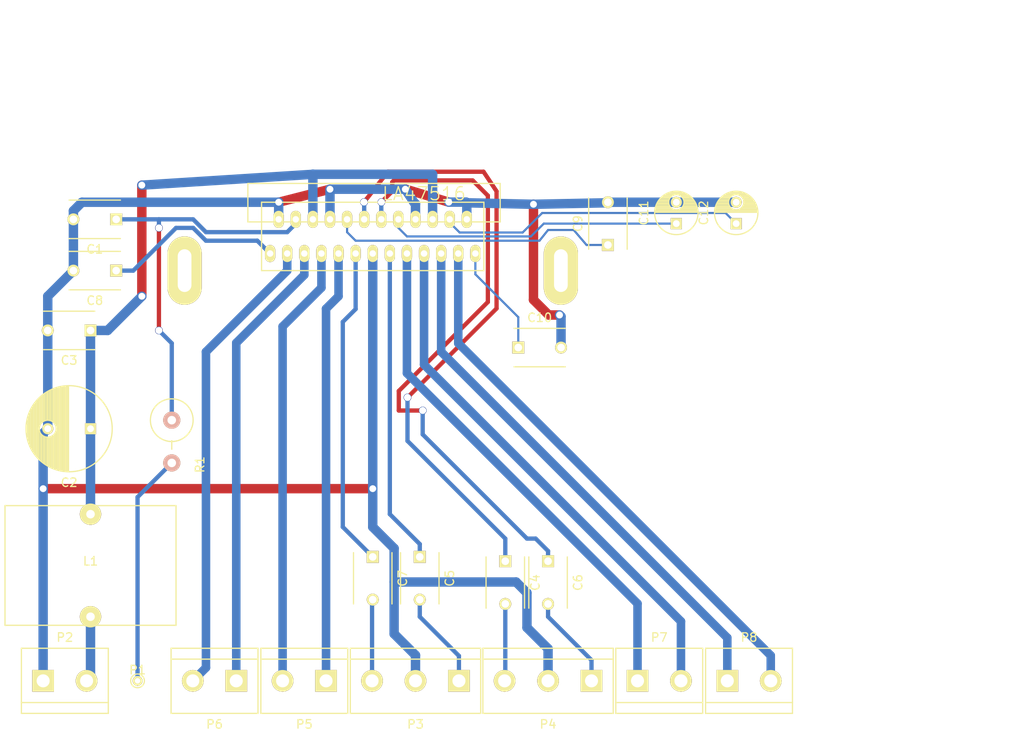
<source format=kicad_pcb>
(kicad_pcb (version 4) (host pcbnew 4.0.2-stable)

  (general
    (links 44)
    (no_connects 2)
    (area 83.399999 61.399999 213.600001 161.100001)
    (thickness 1.6)
    (drawings 6)
    (tracks 178)
    (zones 0)
    (modules 23)
    (nets 27)
  )

  (page A4)
  (layers
    (0 F.Cu signal)
    (31 B.Cu signal)
    (32 B.Adhes user)
    (33 F.Adhes user)
    (34 B.Paste user)
    (35 F.Paste user)
    (36 B.SilkS user)
    (37 F.SilkS user)
    (38 B.Mask user)
    (39 F.Mask user)
    (40 Dwgs.User user)
    (41 Cmts.User user)
    (42 Eco1.User user)
    (43 Eco2.User user)
    (44 Edge.Cuts user)
    (45 Margin user)
    (46 B.CrtYd user)
    (47 F.CrtYd user)
    (48 B.Fab user)
    (49 F.Fab user)
  )

  (setup
    (last_trace_width 0.5)
    (trace_clearance 0.2)
    (zone_clearance 0.508)
    (zone_45_only no)
    (trace_min 0.2)
    (segment_width 0.2)
    (edge_width 0.15)
    (via_size 0.9)
    (via_drill 0.8)
    (via_min_size 0.4)
    (via_min_drill 0.3)
    (uvia_size 0.3)
    (uvia_drill 0.1)
    (uvias_allowed no)
    (uvia_min_size 0.2)
    (uvia_min_drill 0.1)
    (pcb_text_width 0.3)
    (pcb_text_size 1.5 1.5)
    (mod_edge_width 0.15)
    (mod_text_size 1 1)
    (mod_text_width 0.15)
    (pad_size 1.524 1.524)
    (pad_drill 0.762)
    (pad_to_mask_clearance 0.2)
    (aux_axis_origin 0 0)
    (visible_elements 7FFFFFFF)
    (pcbplotparams
      (layerselection 0x00030_80000001)
      (usegerberextensions false)
      (excludeedgelayer true)
      (linewidth 0.100000)
      (plotframeref false)
      (viasonmask false)
      (mode 1)
      (useauxorigin false)
      (hpglpennumber 1)
      (hpglpenspeed 20)
      (hpglpendiameter 15)
      (hpglpenoverlay 2)
      (psnegative false)
      (psa4output false)
      (plotreference true)
      (plotvalue true)
      (plotinvisibletext false)
      (padsonsilk false)
      (subtractmaskfromsilk false)
      (outputformat 1)
      (mirror false)
      (drillshape 1)
      (scaleselection 1)
      (outputdirectory ""))
  )

  (net 0 "")
  (net 1 "Net-(C1-Pad1)")
  (net 2 GND)
  (net 3 +12V)
  (net 4 "Net-(C4-Pad1)")
  (net 5 /FR)
  (net 6 "Net-(C5-Pad1)")
  (net 7 /RL)
  (net 8 "Net-(C6-Pad1)")
  (net 9 /FL)
  (net 10 "Net-(C7-Pad1)")
  (net 11 /RR)
  (net 12 "Net-(C8-Pad1)")
  (net 13 "Net-(C9-Pad1)")
  (net 14 "Net-(C10-Pad1)")
  (net 15 "Net-(C11-Pad1)")
  (net 16 "Net-(C12-Pad1)")
  (net 17 /FL-)
  (net 18 /FL+)
  (net 19 /RL-)
  (net 20 /RL+)
  (net 21 /RR+)
  (net 22 /RR-)
  (net 23 /FR+)
  (net 24 /FR-)
  (net 25 "Net-(L1-Pad1)")
  (net 26 "Net-(P1-Pad1)")

  (net_class Default "Это класс цепей по умолчанию."
    (clearance 0.2)
    (trace_width 0.5)
    (via_dia 0.9)
    (via_drill 0.8)
    (uvia_dia 0.3)
    (uvia_drill 0.1)
    (add_net /FL)
    (add_net /FR)
    (add_net /RL)
    (add_net /RR)
    (add_net "Net-(C1-Pad1)")
    (add_net "Net-(C4-Pad1)")
    (add_net "Net-(C5-Pad1)")
    (add_net "Net-(C6-Pad1)")
    (add_net "Net-(C7-Pad1)")
    (add_net "Net-(C8-Pad1)")
    (add_net "Net-(P1-Pad1)")
  )

  (net_class out ""
    (clearance 0.2)
    (trace_width 1)
    (via_dia 0.9)
    (via_drill 0.8)
    (uvia_dia 0.3)
    (uvia_drill 0.1)
    (add_net /FL+)
    (add_net /FL-)
    (add_net /FR+)
    (add_net /FR-)
    (add_net /RL+)
    (add_net /RL-)
    (add_net /RR+)
    (add_net /RR-)
  )

  (net_class power ""
    (clearance 0.2)
    (trace_width 1.1)
    (via_dia 0.9)
    (via_drill 0.8)
    (uvia_dia 0.3)
    (uvia_drill 0.1)
    (add_net +12V)
    (add_net GND)
    (add_net "Net-(L1-Pad1)")
  )

  (net_class small ""
    (clearance 0.2)
    (trace_width 0.25)
    (via_dia 0.9)
    (via_drill 0.8)
    (uvia_dia 0.3)
    (uvia_drill 0.1)
    (add_net "Net-(C10-Pad1)")
    (add_net "Net-(C11-Pad1)")
    (add_net "Net-(C12-Pad1)")
    (add_net "Net-(C9-Pad1)")
  )

  (module HZIP25-P-1:HZIP25_2.0 (layer F.Cu) (tedit 5702AC28) (tstamp 5702B4FC)
    (at 115 84.5)
    (tags HZIP25)
    (path /56FE4C68)
    (attr virtual)
    (fp_text reference IC1 (at 6 -7) (layer F.Adhes)
      (effects (font (size 1.27 1.27) (thickness 0.0889)))
    )
    (fp_text value LA47516 (at 18 -7) (layer F.SilkS)
      (effects (font (thickness 0.15)))
    )
    (fp_line (start -1 -6) (end -1 2) (layer F.SilkS) (width 0.15))
    (fp_line (start -1 2) (end 25 2) (layer F.SilkS) (width 0.15))
    (fp_line (start 25 2) (end 25 -6) (layer F.SilkS) (width 0.15))
    (fp_line (start 25 -6) (end -1 -6) (layer F.SilkS) (width 0.15))
    (fp_line (start -2.6 -8.2) (end 26.9 -8.2) (layer F.SilkS) (width 0.15))
    (fp_line (start 26.9 -8.2) (end 26.9 -3.7) (layer F.SilkS) (width 0.15))
    (fp_line (start 26.9 -3.7) (end -2.6 -3.7) (layer F.SilkS) (width 0.15))
    (fp_line (start -2.6 -3.7) (end -2.6 -8.2) (layer F.SilkS) (width 0.15))
    (pad GND thru_hole oval (at 34 2) (size 4 8) (drill oval 1.6 5) (layers *.Cu F.Paste F.SilkS F.Mask))
    (pad 24 thru_hole oval (at 23 -4) (size 1.2 2) (drill 0.762) (layers *.Cu F.Paste F.SilkS F.Mask)
      (net 2 GND))
    (pad 22 thru_hole oval (at 21 -4) (size 1.2 2) (drill 0.762) (layers *.Cu F.Paste F.SilkS F.Mask)
      (net 16 "Net-(C12-Pad1)"))
    (pad 20 thru_hole oval (at 19 -4) (size 1.2 2) (drill 0.762) (layers *.Cu F.Paste F.SilkS F.Mask)
      (net 3 +12V))
    (pad 18 thru_hole oval (at 17 -4) (size 1.2 2) (drill 0.762) (layers *.Cu F.Paste F.SilkS F.Mask)
      (net 2 GND))
    (pad 16 thru_hole oval (at 15 -4) (size 1.2 2) (drill 0.762) (layers *.Cu F.Paste F.SilkS F.Mask)
      (net 15 "Net-(C11-Pad1)"))
    (pad 14 thru_hole oval (at 13 -4) (size 1.2 2) (drill 0.762) (layers *.Cu F.Paste F.SilkS F.Mask)
      (net 8 "Net-(C6-Pad1)"))
    (pad 12 thru_hole oval (at 11 -4) (size 1.2 2) (drill 0.762) (layers *.Cu F.Paste F.SilkS F.Mask)
      (net 4 "Net-(C4-Pad1)"))
    (pad 10 thru_hole oval (at 9 -4) (size 1.2 2) (drill 0.762) (layers *.Cu F.Paste F.SilkS F.Mask)
      (net 13 "Net-(C9-Pad1)"))
    (pad 8 thru_hole oval (at 7 -4) (size 1.2 2) (drill 0.762) (layers *.Cu F.Paste F.SilkS F.Mask)
      (net 2 GND))
    (pad 6 thru_hole oval (at 5 -4) (size 1.2 2) (drill 0.762) (layers *.Cu F.Paste F.SilkS F.Mask)
      (net 3 +12V))
    (pad 25 thru_hole oval (at 24 0) (size 1.2 2) (drill 0.762) (layers *.Cu F.Paste F.SilkS F.Mask)
      (net 14 "Net-(C10-Pad1)"))
    (pad 23 thru_hole oval (at 22 0) (size 1.2 2) (drill 0.762) (layers *.Cu F.Paste F.SilkS F.Mask)
      (net 17 /FL-))
    (pad 21 thru_hole oval (at 20 0) (size 1.2 2) (drill 0.762) (layers *.Cu F.Paste F.SilkS F.Mask)
      (net 18 /FL+))
    (pad 19 thru_hole oval (at 18 0) (size 1.2 2) (drill 0.762) (layers *.Cu F.Paste F.SilkS F.Mask)
      (net 19 /RL-))
    (pad 17 thru_hole oval (at 16 0) (size 1.2 2) (drill 0.762) (layers *.Cu F.Paste F.SilkS F.Mask)
      (net 20 /RL+))
    (pad 15 thru_hole oval (at 14 0) (size 1.2 2) (drill 0.762) (layers *.Cu F.Paste F.SilkS F.Mask)
      (net 6 "Net-(C5-Pad1)"))
    (pad 13 thru_hole oval (at 12 0) (size 1.2 2) (drill 0.762) (layers *.Cu F.Paste F.SilkS F.Mask)
      (net 2 GND))
    (pad 11 thru_hole oval (at 10 0) (size 1.2 2) (drill 0.762) (layers *.Cu F.Paste F.SilkS F.Mask)
      (net 10 "Net-(C7-Pad1)"))
    (pad 9 thru_hole oval (at 8 0) (size 1.2 2) (drill 0.762) (layers *.Cu F.Paste F.SilkS F.Mask)
      (net 21 /RR+))
    (pad 7 thru_hole oval (at 6 0) (size 1.2 2) (drill 0.762) (layers *.Cu F.Paste F.SilkS F.Mask)
      (net 22 /RR-))
    (pad 4 thru_hole oval (at 3 -4) (size 1.2 2) (drill 0.762) (layers *.Cu F.Paste F.SilkS F.Mask)
      (net 1 "Net-(C1-Pad1)"))
    (pad 5 thru_hole oval (at 4 0) (size 1.2 2) (drill 0.762) (layers *.Cu F.Paste F.SilkS F.Mask)
      (net 23 /FR+))
    (pad 2 thru_hole oval (at 1 -4) (size 1.2 2) (drill 0.762) (layers *.Cu F.Paste F.SilkS F.Mask)
      (net 2 GND))
    (pad 3 thru_hole oval (at 2 0) (size 1.2 2) (drill 0.762) (layers *.Cu F.Paste F.SilkS F.Mask)
      (net 24 /FR-))
    (pad 1 thru_hole oval (at 0 0) (size 1.2 2) (drill 0.762) (layers *.Cu F.Paste F.SilkS F.Mask)
      (net 12 "Net-(C8-Pad1)"))
    (pad GND thru_hole oval (at -10 2) (size 4 8) (drill oval 1.6 5) (layers *.Cu F.Paste F.SilkS F.Mask))
  )

  (module Capacitors_ThroughHole:C_Disc_D6_P5 (layer F.Cu) (tedit 0) (tstamp 5702B493)
    (at 97 80.5 180)
    (descr "Capacitor 6mm Disc, Pitch 5mm")
    (tags Capacitor)
    (path /5702AFD0)
    (fp_text reference C1 (at 2.5 -3.5 180) (layer F.SilkS)
      (effects (font (size 1 1) (thickness 0.15)))
    )
    (fp_text value 1uF (at 2.5 3.5 180) (layer F.Fab)
      (effects (font (size 1 1) (thickness 0.15)))
    )
    (fp_line (start -0.95 -2.5) (end 5.95 -2.5) (layer F.CrtYd) (width 0.05))
    (fp_line (start 5.95 -2.5) (end 5.95 2.5) (layer F.CrtYd) (width 0.05))
    (fp_line (start 5.95 2.5) (end -0.95 2.5) (layer F.CrtYd) (width 0.05))
    (fp_line (start -0.95 2.5) (end -0.95 -2.5) (layer F.CrtYd) (width 0.05))
    (fp_line (start -0.5 -2.25) (end 5.5 -2.25) (layer F.SilkS) (width 0.15))
    (fp_line (start 5.5 2.25) (end -0.5 2.25) (layer F.SilkS) (width 0.15))
    (pad 1 thru_hole rect (at 0 0 180) (size 1.4 1.4) (drill 0.9) (layers *.Cu *.Mask F.SilkS)
      (net 1 "Net-(C1-Pad1)"))
    (pad 2 thru_hole circle (at 5 0 180) (size 1.4 1.4) (drill 0.9) (layers *.Cu *.Mask F.SilkS)
      (net 2 GND))
    (model Capacitors_ThroughHole.3dshapes/C_Disc_D6_P5.wrl
      (at (xyz 0.0984252 0 0))
      (scale (xyz 1 1 1))
      (rotate (xyz 0 0 0))
    )
  )

  (module Capacitors_ThroughHole:C_Radial_D10_L25_P5 (layer F.Cu) (tedit 0) (tstamp 5702B499)
    (at 94 105 180)
    (descr "Radial Electrolytic Capacitor Diameter 10mm x Length 25mm, Pitch 5mm")
    (tags "Electrolytic Capacitor")
    (path /56FE677A)
    (fp_text reference C2 (at 2.5 -6.3 180) (layer F.SilkS)
      (effects (font (size 1 1) (thickness 0.15)))
    )
    (fp_text value 2200uF (at 2.5 6.3 180) (layer F.Fab)
      (effects (font (size 1 1) (thickness 0.15)))
    )
    (fp_line (start 2.575 -4.999) (end 2.575 4.999) (layer F.SilkS) (width 0.15))
    (fp_line (start 2.715 -4.995) (end 2.715 4.995) (layer F.SilkS) (width 0.15))
    (fp_line (start 2.855 -4.987) (end 2.855 4.987) (layer F.SilkS) (width 0.15))
    (fp_line (start 2.995 -4.975) (end 2.995 4.975) (layer F.SilkS) (width 0.15))
    (fp_line (start 3.135 -4.96) (end 3.135 4.96) (layer F.SilkS) (width 0.15))
    (fp_line (start 3.275 -4.94) (end 3.275 4.94) (layer F.SilkS) (width 0.15))
    (fp_line (start 3.415 -4.916) (end 3.415 4.916) (layer F.SilkS) (width 0.15))
    (fp_line (start 3.555 -4.887) (end 3.555 4.887) (layer F.SilkS) (width 0.15))
    (fp_line (start 3.695 -4.855) (end 3.695 4.855) (layer F.SilkS) (width 0.15))
    (fp_line (start 3.835 -4.818) (end 3.835 4.818) (layer F.SilkS) (width 0.15))
    (fp_line (start 3.975 -4.777) (end 3.975 4.777) (layer F.SilkS) (width 0.15))
    (fp_line (start 4.115 -4.732) (end 4.115 -0.466) (layer F.SilkS) (width 0.15))
    (fp_line (start 4.115 0.466) (end 4.115 4.732) (layer F.SilkS) (width 0.15))
    (fp_line (start 4.255 -4.682) (end 4.255 -0.667) (layer F.SilkS) (width 0.15))
    (fp_line (start 4.255 0.667) (end 4.255 4.682) (layer F.SilkS) (width 0.15))
    (fp_line (start 4.395 -4.627) (end 4.395 -0.796) (layer F.SilkS) (width 0.15))
    (fp_line (start 4.395 0.796) (end 4.395 4.627) (layer F.SilkS) (width 0.15))
    (fp_line (start 4.535 -4.567) (end 4.535 -0.885) (layer F.SilkS) (width 0.15))
    (fp_line (start 4.535 0.885) (end 4.535 4.567) (layer F.SilkS) (width 0.15))
    (fp_line (start 4.675 -4.502) (end 4.675 -0.946) (layer F.SilkS) (width 0.15))
    (fp_line (start 4.675 0.946) (end 4.675 4.502) (layer F.SilkS) (width 0.15))
    (fp_line (start 4.815 -4.432) (end 4.815 -0.983) (layer F.SilkS) (width 0.15))
    (fp_line (start 4.815 0.983) (end 4.815 4.432) (layer F.SilkS) (width 0.15))
    (fp_line (start 4.955 -4.356) (end 4.955 -0.999) (layer F.SilkS) (width 0.15))
    (fp_line (start 4.955 0.999) (end 4.955 4.356) (layer F.SilkS) (width 0.15))
    (fp_line (start 5.095 -4.274) (end 5.095 -0.995) (layer F.SilkS) (width 0.15))
    (fp_line (start 5.095 0.995) (end 5.095 4.274) (layer F.SilkS) (width 0.15))
    (fp_line (start 5.235 -4.186) (end 5.235 -0.972) (layer F.SilkS) (width 0.15))
    (fp_line (start 5.235 0.972) (end 5.235 4.186) (layer F.SilkS) (width 0.15))
    (fp_line (start 5.375 -4.091) (end 5.375 -0.927) (layer F.SilkS) (width 0.15))
    (fp_line (start 5.375 0.927) (end 5.375 4.091) (layer F.SilkS) (width 0.15))
    (fp_line (start 5.515 -3.989) (end 5.515 -0.857) (layer F.SilkS) (width 0.15))
    (fp_line (start 5.515 0.857) (end 5.515 3.989) (layer F.SilkS) (width 0.15))
    (fp_line (start 5.655 -3.879) (end 5.655 -0.756) (layer F.SilkS) (width 0.15))
    (fp_line (start 5.655 0.756) (end 5.655 3.879) (layer F.SilkS) (width 0.15))
    (fp_line (start 5.795 -3.761) (end 5.795 -0.607) (layer F.SilkS) (width 0.15))
    (fp_line (start 5.795 0.607) (end 5.795 3.761) (layer F.SilkS) (width 0.15))
    (fp_line (start 5.935 -3.633) (end 5.935 -0.355) (layer F.SilkS) (width 0.15))
    (fp_line (start 5.935 0.355) (end 5.935 3.633) (layer F.SilkS) (width 0.15))
    (fp_line (start 6.075 -3.496) (end 6.075 3.496) (layer F.SilkS) (width 0.15))
    (fp_line (start 6.215 -3.346) (end 6.215 3.346) (layer F.SilkS) (width 0.15))
    (fp_line (start 6.355 -3.184) (end 6.355 3.184) (layer F.SilkS) (width 0.15))
    (fp_line (start 6.495 -3.007) (end 6.495 3.007) (layer F.SilkS) (width 0.15))
    (fp_line (start 6.635 -2.811) (end 6.635 2.811) (layer F.SilkS) (width 0.15))
    (fp_line (start 6.775 -2.593) (end 6.775 2.593) (layer F.SilkS) (width 0.15))
    (fp_line (start 6.915 -2.347) (end 6.915 2.347) (layer F.SilkS) (width 0.15))
    (fp_line (start 7.055 -2.062) (end 7.055 2.062) (layer F.SilkS) (width 0.15))
    (fp_line (start 7.195 -1.72) (end 7.195 1.72) (layer F.SilkS) (width 0.15))
    (fp_line (start 7.335 -1.274) (end 7.335 1.274) (layer F.SilkS) (width 0.15))
    (fp_line (start 7.475 -0.499) (end 7.475 0.499) (layer F.SilkS) (width 0.15))
    (fp_circle (center 5 0) (end 5 -1) (layer F.SilkS) (width 0.15))
    (fp_circle (center 2.5 0) (end 2.5 -5.0375) (layer F.SilkS) (width 0.15))
    (fp_circle (center 2.5 0) (end 2.5 -5.3) (layer F.CrtYd) (width 0.05))
    (pad 1 thru_hole rect (at 0 0 180) (size 1.3 1.3) (drill 0.8) (layers *.Cu *.Mask F.SilkS)
      (net 3 +12V))
    (pad 2 thru_hole circle (at 5 0 180) (size 1.3 1.3) (drill 0.8) (layers *.Cu *.Mask F.SilkS)
      (net 2 GND))
    (model Capacitors_ThroughHole.3dshapes/C_Radial_D10_L25_P5.wrl
      (at (xyz 0.0984252 0 0))
      (scale (xyz 1 1 1))
      (rotate (xyz 0 0 90))
    )
  )

  (module Capacitors_ThroughHole:C_Disc_D6_P5 (layer F.Cu) (tedit 0) (tstamp 5702B49F)
    (at 94 93.5 180)
    (descr "Capacitor 6mm Disc, Pitch 5mm")
    (tags Capacitor)
    (path /56FE70AD)
    (fp_text reference C3 (at 2.5 -3.5 180) (layer F.SilkS)
      (effects (font (size 1 1) (thickness 0.15)))
    )
    (fp_text value 0.022uF (at 2.5 3.5 180) (layer F.Fab)
      (effects (font (size 1 1) (thickness 0.15)))
    )
    (fp_line (start -0.95 -2.5) (end 5.95 -2.5) (layer F.CrtYd) (width 0.05))
    (fp_line (start 5.95 -2.5) (end 5.95 2.5) (layer F.CrtYd) (width 0.05))
    (fp_line (start 5.95 2.5) (end -0.95 2.5) (layer F.CrtYd) (width 0.05))
    (fp_line (start -0.95 2.5) (end -0.95 -2.5) (layer F.CrtYd) (width 0.05))
    (fp_line (start -0.5 -2.25) (end 5.5 -2.25) (layer F.SilkS) (width 0.15))
    (fp_line (start 5.5 2.25) (end -0.5 2.25) (layer F.SilkS) (width 0.15))
    (pad 1 thru_hole rect (at 0 0 180) (size 1.4 1.4) (drill 0.9) (layers *.Cu *.Mask F.SilkS)
      (net 3 +12V))
    (pad 2 thru_hole circle (at 5 0 180) (size 1.4 1.4) (drill 0.9) (layers *.Cu *.Mask F.SilkS)
      (net 2 GND))
    (model Capacitors_ThroughHole.3dshapes/C_Disc_D6_P5.wrl
      (at (xyz 0.0984252 0 0))
      (scale (xyz 1 1 1))
      (rotate (xyz 0 0 0))
    )
  )

  (module Capacitors_ThroughHole:C_Disc_D6_P5 (layer F.Cu) (tedit 0) (tstamp 5702B4A5)
    (at 142.5 120.5 270)
    (descr "Capacitor 6mm Disc, Pitch 5mm")
    (tags Capacitor)
    (path /56FE7E4C)
    (fp_text reference C4 (at 2.5 -3.5 270) (layer F.SilkS)
      (effects (font (size 1 1) (thickness 0.15)))
    )
    (fp_text value 0.22uF (at 2.5 3.5 270) (layer F.Fab)
      (effects (font (size 1 1) (thickness 0.15)))
    )
    (fp_line (start -0.95 -2.5) (end 5.95 -2.5) (layer F.CrtYd) (width 0.05))
    (fp_line (start 5.95 -2.5) (end 5.95 2.5) (layer F.CrtYd) (width 0.05))
    (fp_line (start 5.95 2.5) (end -0.95 2.5) (layer F.CrtYd) (width 0.05))
    (fp_line (start -0.95 2.5) (end -0.95 -2.5) (layer F.CrtYd) (width 0.05))
    (fp_line (start -0.5 -2.25) (end 5.5 -2.25) (layer F.SilkS) (width 0.15))
    (fp_line (start 5.5 2.25) (end -0.5 2.25) (layer F.SilkS) (width 0.15))
    (pad 1 thru_hole rect (at 0 0 270) (size 1.4 1.4) (drill 0.9) (layers *.Cu *.Mask F.SilkS)
      (net 4 "Net-(C4-Pad1)"))
    (pad 2 thru_hole circle (at 5 0 270) (size 1.4 1.4) (drill 0.9) (layers *.Cu *.Mask F.SilkS)
      (net 5 /FR))
    (model Capacitors_ThroughHole.3dshapes/C_Disc_D6_P5.wrl
      (at (xyz 0.0984252 0 0))
      (scale (xyz 1 1 1))
      (rotate (xyz 0 0 0))
    )
  )

  (module Capacitors_ThroughHole:C_Disc_D6_P5 (layer F.Cu) (tedit 0) (tstamp 5702B4AB)
    (at 132.5 120 270)
    (descr "Capacitor 6mm Disc, Pitch 5mm")
    (tags Capacitor)
    (path /56FE820B)
    (fp_text reference C5 (at 2.5 -3.5 270) (layer F.SilkS)
      (effects (font (size 1 1) (thickness 0.15)))
    )
    (fp_text value 0.22uF (at 2.5 3.5 270) (layer F.Fab)
      (effects (font (size 1 1) (thickness 0.15)))
    )
    (fp_line (start -0.95 -2.5) (end 5.95 -2.5) (layer F.CrtYd) (width 0.05))
    (fp_line (start 5.95 -2.5) (end 5.95 2.5) (layer F.CrtYd) (width 0.05))
    (fp_line (start 5.95 2.5) (end -0.95 2.5) (layer F.CrtYd) (width 0.05))
    (fp_line (start -0.95 2.5) (end -0.95 -2.5) (layer F.CrtYd) (width 0.05))
    (fp_line (start -0.5 -2.25) (end 5.5 -2.25) (layer F.SilkS) (width 0.15))
    (fp_line (start 5.5 2.25) (end -0.5 2.25) (layer F.SilkS) (width 0.15))
    (pad 1 thru_hole rect (at 0 0 270) (size 1.4 1.4) (drill 0.9) (layers *.Cu *.Mask F.SilkS)
      (net 6 "Net-(C5-Pad1)"))
    (pad 2 thru_hole circle (at 5 0 270) (size 1.4 1.4) (drill 0.9) (layers *.Cu *.Mask F.SilkS)
      (net 7 /RL))
    (model Capacitors_ThroughHole.3dshapes/C_Disc_D6_P5.wrl
      (at (xyz 0.0984252 0 0))
      (scale (xyz 1 1 1))
      (rotate (xyz 0 0 0))
    )
  )

  (module Capacitors_ThroughHole:C_Disc_D6_P5 (layer F.Cu) (tedit 0) (tstamp 5702B4B1)
    (at 147.5 120.5 270)
    (descr "Capacitor 6mm Disc, Pitch 5mm")
    (tags Capacitor)
    (path /56FE874C)
    (fp_text reference C6 (at 2.5 -3.5 270) (layer F.SilkS)
      (effects (font (size 1 1) (thickness 0.15)))
    )
    (fp_text value 0.22uF (at 2.5 3.5 270) (layer F.Fab)
      (effects (font (size 1 1) (thickness 0.15)))
    )
    (fp_line (start -0.95 -2.5) (end 5.95 -2.5) (layer F.CrtYd) (width 0.05))
    (fp_line (start 5.95 -2.5) (end 5.95 2.5) (layer F.CrtYd) (width 0.05))
    (fp_line (start 5.95 2.5) (end -0.95 2.5) (layer F.CrtYd) (width 0.05))
    (fp_line (start -0.95 2.5) (end -0.95 -2.5) (layer F.CrtYd) (width 0.05))
    (fp_line (start -0.5 -2.25) (end 5.5 -2.25) (layer F.SilkS) (width 0.15))
    (fp_line (start 5.5 2.25) (end -0.5 2.25) (layer F.SilkS) (width 0.15))
    (pad 1 thru_hole rect (at 0 0 270) (size 1.4 1.4) (drill 0.9) (layers *.Cu *.Mask F.SilkS)
      (net 8 "Net-(C6-Pad1)"))
    (pad 2 thru_hole circle (at 5 0 270) (size 1.4 1.4) (drill 0.9) (layers *.Cu *.Mask F.SilkS)
      (net 9 /FL))
    (model Capacitors_ThroughHole.3dshapes/C_Disc_D6_P5.wrl
      (at (xyz 0.0984252 0 0))
      (scale (xyz 1 1 1))
      (rotate (xyz 0 0 0))
    )
  )

  (module Capacitors_ThroughHole:C_Disc_D6_P5 (layer F.Cu) (tedit 0) (tstamp 5702B4B7)
    (at 127 120 270)
    (descr "Capacitor 6mm Disc, Pitch 5mm")
    (tags Capacitor)
    (path /56FE7C28)
    (fp_text reference C7 (at 2.5 -3.5 270) (layer F.SilkS)
      (effects (font (size 1 1) (thickness 0.15)))
    )
    (fp_text value 0.22uF (at 2.5 3.5 270) (layer F.Fab)
      (effects (font (size 1 1) (thickness 0.15)))
    )
    (fp_line (start -0.95 -2.5) (end 5.95 -2.5) (layer F.CrtYd) (width 0.05))
    (fp_line (start 5.95 -2.5) (end 5.95 2.5) (layer F.CrtYd) (width 0.05))
    (fp_line (start 5.95 2.5) (end -0.95 2.5) (layer F.CrtYd) (width 0.05))
    (fp_line (start -0.95 2.5) (end -0.95 -2.5) (layer F.CrtYd) (width 0.05))
    (fp_line (start -0.5 -2.25) (end 5.5 -2.25) (layer F.SilkS) (width 0.15))
    (fp_line (start 5.5 2.25) (end -0.5 2.25) (layer F.SilkS) (width 0.15))
    (pad 1 thru_hole rect (at 0 0 270) (size 1.4 1.4) (drill 0.9) (layers *.Cu *.Mask F.SilkS)
      (net 10 "Net-(C7-Pad1)"))
    (pad 2 thru_hole circle (at 5 0 270) (size 1.4 1.4) (drill 0.9) (layers *.Cu *.Mask F.SilkS)
      (net 11 /RR))
    (model Capacitors_ThroughHole.3dshapes/C_Disc_D6_P5.wrl
      (at (xyz 0.0984252 0 0))
      (scale (xyz 1 1 1))
      (rotate (xyz 0 0 0))
    )
  )

  (module Capacitors_ThroughHole:C_Disc_D6_P5 (layer F.Cu) (tedit 0) (tstamp 5702B4BD)
    (at 97 86.5 180)
    (descr "Capacitor 6mm Disc, Pitch 5mm")
    (tags Capacitor)
    (path /56FE7C4B)
    (fp_text reference C8 (at 2.5 -3.5 180) (layer F.SilkS)
      (effects (font (size 1 1) (thickness 0.15)))
    )
    (fp_text value 0.47uF (at 2.5 3.5 180) (layer F.Fab)
      (effects (font (size 1 1) (thickness 0.15)))
    )
    (fp_line (start -0.95 -2.5) (end 5.95 -2.5) (layer F.CrtYd) (width 0.05))
    (fp_line (start 5.95 -2.5) (end 5.95 2.5) (layer F.CrtYd) (width 0.05))
    (fp_line (start 5.95 2.5) (end -0.95 2.5) (layer F.CrtYd) (width 0.05))
    (fp_line (start -0.95 2.5) (end -0.95 -2.5) (layer F.CrtYd) (width 0.05))
    (fp_line (start -0.5 -2.25) (end 5.5 -2.25) (layer F.SilkS) (width 0.15))
    (fp_line (start 5.5 2.25) (end -0.5 2.25) (layer F.SilkS) (width 0.15))
    (pad 1 thru_hole rect (at 0 0 180) (size 1.4 1.4) (drill 0.9) (layers *.Cu *.Mask F.SilkS)
      (net 12 "Net-(C8-Pad1)"))
    (pad 2 thru_hole circle (at 5 0 180) (size 1.4 1.4) (drill 0.9) (layers *.Cu *.Mask F.SilkS)
      (net 2 GND))
    (model Capacitors_ThroughHole.3dshapes/C_Disc_D6_P5.wrl
      (at (xyz 0.0984252 0 0))
      (scale (xyz 1 1 1))
      (rotate (xyz 0 0 0))
    )
  )

  (module Capacitors_ThroughHole:C_Disc_D6_P5 (layer F.Cu) (tedit 0) (tstamp 5702B4C3)
    (at 154.5 83.5 90)
    (descr "Capacitor 6mm Disc, Pitch 5mm")
    (tags Capacitor)
    (path /56FE7F8C)
    (fp_text reference C9 (at 2.5 -3.5 90) (layer F.SilkS)
      (effects (font (size 1 1) (thickness 0.15)))
    )
    (fp_text value 0.47uF (at 2.5 3.5 90) (layer F.Fab)
      (effects (font (size 1 1) (thickness 0.15)))
    )
    (fp_line (start -0.95 -2.5) (end 5.95 -2.5) (layer F.CrtYd) (width 0.05))
    (fp_line (start 5.95 -2.5) (end 5.95 2.5) (layer F.CrtYd) (width 0.05))
    (fp_line (start 5.95 2.5) (end -0.95 2.5) (layer F.CrtYd) (width 0.05))
    (fp_line (start -0.95 2.5) (end -0.95 -2.5) (layer F.CrtYd) (width 0.05))
    (fp_line (start -0.5 -2.25) (end 5.5 -2.25) (layer F.SilkS) (width 0.15))
    (fp_line (start 5.5 2.25) (end -0.5 2.25) (layer F.SilkS) (width 0.15))
    (pad 1 thru_hole rect (at 0 0 90) (size 1.4 1.4) (drill 0.9) (layers *.Cu *.Mask F.SilkS)
      (net 13 "Net-(C9-Pad1)"))
    (pad 2 thru_hole circle (at 5 0 90) (size 1.4 1.4) (drill 0.9) (layers *.Cu *.Mask F.SilkS)
      (net 2 GND))
    (model Capacitors_ThroughHole.3dshapes/C_Disc_D6_P5.wrl
      (at (xyz 0.0984252 0 0))
      (scale (xyz 1 1 1))
      (rotate (xyz 0 0 0))
    )
  )

  (module Capacitors_ThroughHole:C_Disc_D6_P5 (layer F.Cu) (tedit 0) (tstamp 5702B4C9)
    (at 144.018 95.504)
    (descr "Capacitor 6mm Disc, Pitch 5mm")
    (tags Capacitor)
    (path /56FE8454)
    (fp_text reference C10 (at 2.5 -3.5) (layer F.SilkS)
      (effects (font (size 1 1) (thickness 0.15)))
    )
    (fp_text value 0.47uF (at 2.5 3.5) (layer F.Fab)
      (effects (font (size 1 1) (thickness 0.15)))
    )
    (fp_line (start -0.95 -2.5) (end 5.95 -2.5) (layer F.CrtYd) (width 0.05))
    (fp_line (start 5.95 -2.5) (end 5.95 2.5) (layer F.CrtYd) (width 0.05))
    (fp_line (start 5.95 2.5) (end -0.95 2.5) (layer F.CrtYd) (width 0.05))
    (fp_line (start -0.95 2.5) (end -0.95 -2.5) (layer F.CrtYd) (width 0.05))
    (fp_line (start -0.5 -2.25) (end 5.5 -2.25) (layer F.SilkS) (width 0.15))
    (fp_line (start 5.5 2.25) (end -0.5 2.25) (layer F.SilkS) (width 0.15))
    (pad 1 thru_hole rect (at 0 0) (size 1.4 1.4) (drill 0.9) (layers *.Cu *.Mask F.SilkS)
      (net 14 "Net-(C10-Pad1)"))
    (pad 2 thru_hole circle (at 5 0) (size 1.4 1.4) (drill 0.9) (layers *.Cu *.Mask F.SilkS)
      (net 2 GND))
    (model Capacitors_ThroughHole.3dshapes/C_Disc_D6_P5.wrl
      (at (xyz 0.0984252 0 0))
      (scale (xyz 1 1 1))
      (rotate (xyz 0 0 0))
    )
  )

  (module Capacitors_ThroughHole:C_Radial_D5_L6_P2.5 (layer F.Cu) (tedit 0) (tstamp 5702B4CF)
    (at 162.5 81 90)
    (descr "Radial Electrolytic Capacitor Diameter 5mm x Length 6mm, Pitch 2.5mm")
    (tags "Electrolytic Capacitor")
    (path /56FE885D)
    (fp_text reference C11 (at 1.25 -3.8 90) (layer F.SilkS)
      (effects (font (size 1 1) (thickness 0.15)))
    )
    (fp_text value 22uF (at 1.25 3.8 90) (layer F.Fab)
      (effects (font (size 1 1) (thickness 0.15)))
    )
    (fp_line (start 1.325 -2.499) (end 1.325 2.499) (layer F.SilkS) (width 0.15))
    (fp_line (start 1.465 -2.491) (end 1.465 2.491) (layer F.SilkS) (width 0.15))
    (fp_line (start 1.605 -2.475) (end 1.605 -0.095) (layer F.SilkS) (width 0.15))
    (fp_line (start 1.605 0.095) (end 1.605 2.475) (layer F.SilkS) (width 0.15))
    (fp_line (start 1.745 -2.451) (end 1.745 -0.49) (layer F.SilkS) (width 0.15))
    (fp_line (start 1.745 0.49) (end 1.745 2.451) (layer F.SilkS) (width 0.15))
    (fp_line (start 1.885 -2.418) (end 1.885 -0.657) (layer F.SilkS) (width 0.15))
    (fp_line (start 1.885 0.657) (end 1.885 2.418) (layer F.SilkS) (width 0.15))
    (fp_line (start 2.025 -2.377) (end 2.025 -0.764) (layer F.SilkS) (width 0.15))
    (fp_line (start 2.025 0.764) (end 2.025 2.377) (layer F.SilkS) (width 0.15))
    (fp_line (start 2.165 -2.327) (end 2.165 -0.835) (layer F.SilkS) (width 0.15))
    (fp_line (start 2.165 0.835) (end 2.165 2.327) (layer F.SilkS) (width 0.15))
    (fp_line (start 2.305 -2.266) (end 2.305 -0.879) (layer F.SilkS) (width 0.15))
    (fp_line (start 2.305 0.879) (end 2.305 2.266) (layer F.SilkS) (width 0.15))
    (fp_line (start 2.445 -2.196) (end 2.445 -0.898) (layer F.SilkS) (width 0.15))
    (fp_line (start 2.445 0.898) (end 2.445 2.196) (layer F.SilkS) (width 0.15))
    (fp_line (start 2.585 -2.114) (end 2.585 -0.896) (layer F.SilkS) (width 0.15))
    (fp_line (start 2.585 0.896) (end 2.585 2.114) (layer F.SilkS) (width 0.15))
    (fp_line (start 2.725 -2.019) (end 2.725 -0.871) (layer F.SilkS) (width 0.15))
    (fp_line (start 2.725 0.871) (end 2.725 2.019) (layer F.SilkS) (width 0.15))
    (fp_line (start 2.865 -1.908) (end 2.865 -0.823) (layer F.SilkS) (width 0.15))
    (fp_line (start 2.865 0.823) (end 2.865 1.908) (layer F.SilkS) (width 0.15))
    (fp_line (start 3.005 -1.78) (end 3.005 -0.745) (layer F.SilkS) (width 0.15))
    (fp_line (start 3.005 0.745) (end 3.005 1.78) (layer F.SilkS) (width 0.15))
    (fp_line (start 3.145 -1.631) (end 3.145 -0.628) (layer F.SilkS) (width 0.15))
    (fp_line (start 3.145 0.628) (end 3.145 1.631) (layer F.SilkS) (width 0.15))
    (fp_line (start 3.285 -1.452) (end 3.285 -0.44) (layer F.SilkS) (width 0.15))
    (fp_line (start 3.285 0.44) (end 3.285 1.452) (layer F.SilkS) (width 0.15))
    (fp_line (start 3.425 -1.233) (end 3.425 1.233) (layer F.SilkS) (width 0.15))
    (fp_line (start 3.565 -0.944) (end 3.565 0.944) (layer F.SilkS) (width 0.15))
    (fp_line (start 3.705 -0.472) (end 3.705 0.472) (layer F.SilkS) (width 0.15))
    (fp_circle (center 2.5 0) (end 2.5 -0.9) (layer F.SilkS) (width 0.15))
    (fp_circle (center 1.25 0) (end 1.25 -2.5375) (layer F.SilkS) (width 0.15))
    (fp_circle (center 1.25 0) (end 1.25 -2.8) (layer F.CrtYd) (width 0.05))
    (pad 1 thru_hole rect (at 0 0 90) (size 1.3 1.3) (drill 0.8) (layers *.Cu *.Mask F.SilkS)
      (net 15 "Net-(C11-Pad1)"))
    (pad 2 thru_hole circle (at 2.5 0 90) (size 1.3 1.3) (drill 0.8) (layers *.Cu *.Mask F.SilkS)
      (net 2 GND))
    (model Capacitors_ThroughHole.3dshapes/C_Radial_D5_L6_P2.5.wrl
      (at (xyz 0.0492126 0 0))
      (scale (xyz 1 1 1))
      (rotate (xyz 0 0 90))
    )
  )

  (module Capacitors_ThroughHole:C_Radial_D5_L6_P2.5 (layer F.Cu) (tedit 0) (tstamp 5702B4D5)
    (at 169.5 81 90)
    (descr "Radial Electrolytic Capacitor Diameter 5mm x Length 6mm, Pitch 2.5mm")
    (tags "Electrolytic Capacitor")
    (path /56FEA9E7)
    (fp_text reference C12 (at 1.25 -3.8 90) (layer F.SilkS)
      (effects (font (size 1 1) (thickness 0.15)))
    )
    (fp_text value 3.3uF (at 1.25 3.8 90) (layer F.Fab)
      (effects (font (size 1 1) (thickness 0.15)))
    )
    (fp_line (start 1.325 -2.499) (end 1.325 2.499) (layer F.SilkS) (width 0.15))
    (fp_line (start 1.465 -2.491) (end 1.465 2.491) (layer F.SilkS) (width 0.15))
    (fp_line (start 1.605 -2.475) (end 1.605 -0.095) (layer F.SilkS) (width 0.15))
    (fp_line (start 1.605 0.095) (end 1.605 2.475) (layer F.SilkS) (width 0.15))
    (fp_line (start 1.745 -2.451) (end 1.745 -0.49) (layer F.SilkS) (width 0.15))
    (fp_line (start 1.745 0.49) (end 1.745 2.451) (layer F.SilkS) (width 0.15))
    (fp_line (start 1.885 -2.418) (end 1.885 -0.657) (layer F.SilkS) (width 0.15))
    (fp_line (start 1.885 0.657) (end 1.885 2.418) (layer F.SilkS) (width 0.15))
    (fp_line (start 2.025 -2.377) (end 2.025 -0.764) (layer F.SilkS) (width 0.15))
    (fp_line (start 2.025 0.764) (end 2.025 2.377) (layer F.SilkS) (width 0.15))
    (fp_line (start 2.165 -2.327) (end 2.165 -0.835) (layer F.SilkS) (width 0.15))
    (fp_line (start 2.165 0.835) (end 2.165 2.327) (layer F.SilkS) (width 0.15))
    (fp_line (start 2.305 -2.266) (end 2.305 -0.879) (layer F.SilkS) (width 0.15))
    (fp_line (start 2.305 0.879) (end 2.305 2.266) (layer F.SilkS) (width 0.15))
    (fp_line (start 2.445 -2.196) (end 2.445 -0.898) (layer F.SilkS) (width 0.15))
    (fp_line (start 2.445 0.898) (end 2.445 2.196) (layer F.SilkS) (width 0.15))
    (fp_line (start 2.585 -2.114) (end 2.585 -0.896) (layer F.SilkS) (width 0.15))
    (fp_line (start 2.585 0.896) (end 2.585 2.114) (layer F.SilkS) (width 0.15))
    (fp_line (start 2.725 -2.019) (end 2.725 -0.871) (layer F.SilkS) (width 0.15))
    (fp_line (start 2.725 0.871) (end 2.725 2.019) (layer F.SilkS) (width 0.15))
    (fp_line (start 2.865 -1.908) (end 2.865 -0.823) (layer F.SilkS) (width 0.15))
    (fp_line (start 2.865 0.823) (end 2.865 1.908) (layer F.SilkS) (width 0.15))
    (fp_line (start 3.005 -1.78) (end 3.005 -0.745) (layer F.SilkS) (width 0.15))
    (fp_line (start 3.005 0.745) (end 3.005 1.78) (layer F.SilkS) (width 0.15))
    (fp_line (start 3.145 -1.631) (end 3.145 -0.628) (layer F.SilkS) (width 0.15))
    (fp_line (start 3.145 0.628) (end 3.145 1.631) (layer F.SilkS) (width 0.15))
    (fp_line (start 3.285 -1.452) (end 3.285 -0.44) (layer F.SilkS) (width 0.15))
    (fp_line (start 3.285 0.44) (end 3.285 1.452) (layer F.SilkS) (width 0.15))
    (fp_line (start 3.425 -1.233) (end 3.425 1.233) (layer F.SilkS) (width 0.15))
    (fp_line (start 3.565 -0.944) (end 3.565 0.944) (layer F.SilkS) (width 0.15))
    (fp_line (start 3.705 -0.472) (end 3.705 0.472) (layer F.SilkS) (width 0.15))
    (fp_circle (center 2.5 0) (end 2.5 -0.9) (layer F.SilkS) (width 0.15))
    (fp_circle (center 1.25 0) (end 1.25 -2.5375) (layer F.SilkS) (width 0.15))
    (fp_circle (center 1.25 0) (end 1.25 -2.8) (layer F.CrtYd) (width 0.05))
    (pad 1 thru_hole rect (at 0 0 90) (size 1.3 1.3) (drill 0.8) (layers *.Cu *.Mask F.SilkS)
      (net 16 "Net-(C12-Pad1)"))
    (pad 2 thru_hole circle (at 2.5 0 90) (size 1.3 1.3) (drill 0.8) (layers *.Cu *.Mask F.SilkS)
      (net 2 GND))
    (model Capacitors_ThroughHole.3dshapes/C_Radial_D5_L6_P2.5.wrl
      (at (xyz 0.0492126 0 0))
      (scale (xyz 1 1 1))
      (rotate (xyz 0 0 90))
    )
  )

  (module HZIP25-P-1:Inducror (layer F.Cu) (tedit 56FED593) (tstamp 5702B506)
    (at 94 121 180)
    (path /56FE6F8E)
    (fp_text reference L1 (at 0 0.5 180) (layer F.SilkS)
      (effects (font (size 1 1) (thickness 0.15)))
    )
    (fp_text value INDUCTOR (at 0 -0.5 180) (layer F.Fab)
      (effects (font (size 1 1) (thickness 0.15)))
    )
    (fp_line (start -10 -7) (end 10 -7) (layer F.SilkS) (width 0.15))
    (fp_line (start 10 -7) (end 10 7) (layer F.SilkS) (width 0.15))
    (fp_line (start 10 7) (end -10 7) (layer F.SilkS) (width 0.15))
    (fp_line (start -10 7) (end -10 -7) (layer F.SilkS) (width 0.15))
    (pad 2 thru_hole circle (at 0 6 180) (size 2.5 2.5) (drill 1) (layers *.Cu *.Mask F.SilkS)
      (net 3 +12V))
    (pad 1 thru_hole circle (at 0 -6 180) (size 2.5 2.5) (drill 1) (layers *.Cu *.Mask F.SilkS)
      (net 25 "Net-(L1-Pad1)"))
  )

  (module Connect:PINTST (layer F.Cu) (tedit 0) (tstamp 5702B50B)
    (at 99.5 134.5)
    (descr "module 1 pin (ou trou mecanique de percage)")
    (tags DEV)
    (path /56FE96F3)
    (fp_text reference P1 (at 0 -1.26746) (layer F.SilkS)
      (effects (font (size 1 1) (thickness 0.15)))
    )
    (fp_text value ON_OFF (at 0 1.27) (layer F.Fab)
      (effects (font (size 1 1) (thickness 0.15)))
    )
    (fp_circle (center 0 0) (end -0.254 -0.762) (layer F.SilkS) (width 0.15))
    (pad 1 thru_hole circle (at 0 0) (size 1.143 1.143) (drill 0.635) (layers *.Cu *.Mask F.SilkS)
      (net 26 "Net-(P1-Pad1)"))
    (model Connect.3dshapes/PINTST.wrl
      (at (xyz 0 0 0))
      (scale (xyz 1 1 1))
      (rotate (xyz 0 0 0))
    )
  )

  (module Connect:bornier2 (layer F.Cu) (tedit 0) (tstamp 5702B511)
    (at 91 134.5)
    (descr "Bornier d'alimentation 2 pins")
    (tags DEV)
    (path /56FE65A6)
    (fp_text reference P2 (at 0 -5.08) (layer F.SilkS)
      (effects (font (size 1 1) (thickness 0.15)))
    )
    (fp_text value Power (at 0 5.08) (layer F.Fab)
      (effects (font (size 1 1) (thickness 0.15)))
    )
    (fp_line (start 5.08 2.54) (end -5.08 2.54) (layer F.SilkS) (width 0.15))
    (fp_line (start 5.08 3.81) (end 5.08 -3.81) (layer F.SilkS) (width 0.15))
    (fp_line (start 5.08 -3.81) (end -5.08 -3.81) (layer F.SilkS) (width 0.15))
    (fp_line (start -5.08 -3.81) (end -5.08 3.81) (layer F.SilkS) (width 0.15))
    (fp_line (start -5.08 3.81) (end 5.08 3.81) (layer F.SilkS) (width 0.15))
    (pad 1 thru_hole rect (at -2.54 0) (size 2.54 2.54) (drill 1.524) (layers *.Cu *.Mask F.SilkS)
      (net 2 GND))
    (pad 2 thru_hole circle (at 2.54 0) (size 2.54 2.54) (drill 1.524) (layers *.Cu *.Mask F.SilkS)
      (net 25 "Net-(L1-Pad1)"))
    (model Connect.3dshapes/bornier2.wrl
      (at (xyz 0 0 0))
      (scale (xyz 1 1 1))
      (rotate (xyz 0 0 0))
    )
  )

  (module Connect:bornier3 (layer F.Cu) (tedit 0) (tstamp 5702B518)
    (at 132 134.5 180)
    (descr "Bornier d'alimentation 3 pins")
    (tags DEV)
    (path /56FE9408)
    (fp_text reference P3 (at 0 -5.08 180) (layer F.SilkS)
      (effects (font (size 1 1) (thickness 0.15)))
    )
    (fp_text value "Rear IN" (at 0 5.08 180) (layer F.Fab)
      (effects (font (size 1 1) (thickness 0.15)))
    )
    (fp_line (start -7.62 3.81) (end -7.62 -3.81) (layer F.SilkS) (width 0.15))
    (fp_line (start 7.62 3.81) (end 7.62 -3.81) (layer F.SilkS) (width 0.15))
    (fp_line (start -7.62 2.54) (end 7.62 2.54) (layer F.SilkS) (width 0.15))
    (fp_line (start -7.62 -3.81) (end 7.62 -3.81) (layer F.SilkS) (width 0.15))
    (fp_line (start -7.62 3.81) (end 7.62 3.81) (layer F.SilkS) (width 0.15))
    (pad 1 thru_hole rect (at -5.08 0 180) (size 2.54 2.54) (drill 1.524) (layers *.Cu *.Mask F.SilkS)
      (net 7 /RL))
    (pad 2 thru_hole circle (at 0 0 180) (size 2.54 2.54) (drill 1.524) (layers *.Cu *.Mask F.SilkS)
      (net 2 GND))
    (pad 3 thru_hole circle (at 5.08 0 180) (size 2.54 2.54) (drill 1.524) (layers *.Cu *.Mask F.SilkS)
      (net 11 /RR))
    (model Connect.3dshapes/bornier3.wrl
      (at (xyz 0 0 0))
      (scale (xyz 1 1 1))
      (rotate (xyz 0 0 0))
    )
  )

  (module Connect:bornier3 (layer F.Cu) (tedit 0) (tstamp 5702B51F)
    (at 147.5 134.5 180)
    (descr "Bornier d'alimentation 3 pins")
    (tags DEV)
    (path /56FE997E)
    (fp_text reference P4 (at 0 -5.08 180) (layer F.SilkS)
      (effects (font (size 1 1) (thickness 0.15)))
    )
    (fp_text value "Front IN" (at 0 5.08 180) (layer F.Fab)
      (effects (font (size 1 1) (thickness 0.15)))
    )
    (fp_line (start -7.62 3.81) (end -7.62 -3.81) (layer F.SilkS) (width 0.15))
    (fp_line (start 7.62 3.81) (end 7.62 -3.81) (layer F.SilkS) (width 0.15))
    (fp_line (start -7.62 2.54) (end 7.62 2.54) (layer F.SilkS) (width 0.15))
    (fp_line (start -7.62 -3.81) (end 7.62 -3.81) (layer F.SilkS) (width 0.15))
    (fp_line (start -7.62 3.81) (end 7.62 3.81) (layer F.SilkS) (width 0.15))
    (pad 1 thru_hole rect (at -5.08 0 180) (size 2.54 2.54) (drill 1.524) (layers *.Cu *.Mask F.SilkS)
      (net 9 /FL))
    (pad 2 thru_hole circle (at 0 0 180) (size 2.54 2.54) (drill 1.524) (layers *.Cu *.Mask F.SilkS)
      (net 2 GND))
    (pad 3 thru_hole circle (at 5.08 0 180) (size 2.54 2.54) (drill 1.524) (layers *.Cu *.Mask F.SilkS)
      (net 5 /FR))
    (model Connect.3dshapes/bornier3.wrl
      (at (xyz 0 0 0))
      (scale (xyz 1 1 1))
      (rotate (xyz 0 0 0))
    )
  )

  (module Connect:bornier2 (layer F.Cu) (tedit 0) (tstamp 5702B525)
    (at 119 134.5 180)
    (descr "Bornier d'alimentation 2 pins")
    (tags DEV)
    (path /56FEA026)
    (fp_text reference P5 (at 0 -5.08 180) (layer F.SilkS)
      (effects (font (size 1 1) (thickness 0.15)))
    )
    (fp_text value "Rear R" (at 0 5.08 180) (layer F.Fab)
      (effects (font (size 1 1) (thickness 0.15)))
    )
    (fp_line (start 5.08 2.54) (end -5.08 2.54) (layer F.SilkS) (width 0.15))
    (fp_line (start 5.08 3.81) (end 5.08 -3.81) (layer F.SilkS) (width 0.15))
    (fp_line (start 5.08 -3.81) (end -5.08 -3.81) (layer F.SilkS) (width 0.15))
    (fp_line (start -5.08 -3.81) (end -5.08 3.81) (layer F.SilkS) (width 0.15))
    (fp_line (start -5.08 3.81) (end 5.08 3.81) (layer F.SilkS) (width 0.15))
    (pad 1 thru_hole rect (at -2.54 0 180) (size 2.54 2.54) (drill 1.524) (layers *.Cu *.Mask F.SilkS)
      (net 21 /RR+))
    (pad 2 thru_hole circle (at 2.54 0 180) (size 2.54 2.54) (drill 1.524) (layers *.Cu *.Mask F.SilkS)
      (net 22 /RR-))
    (model Connect.3dshapes/bornier2.wrl
      (at (xyz 0 0 0))
      (scale (xyz 1 1 1))
      (rotate (xyz 0 0 0))
    )
  )

  (module Connect:bornier2 (layer F.Cu) (tedit 0) (tstamp 5702B52B)
    (at 108.5 134.5 180)
    (descr "Bornier d'alimentation 2 pins")
    (tags DEV)
    (path /56FEA079)
    (fp_text reference P6 (at 0 -5.08 180) (layer F.SilkS)
      (effects (font (size 1 1) (thickness 0.15)))
    )
    (fp_text value "Front R" (at 0 5.08 180) (layer F.Fab)
      (effects (font (size 1 1) (thickness 0.15)))
    )
    (fp_line (start 5.08 2.54) (end -5.08 2.54) (layer F.SilkS) (width 0.15))
    (fp_line (start 5.08 3.81) (end 5.08 -3.81) (layer F.SilkS) (width 0.15))
    (fp_line (start 5.08 -3.81) (end -5.08 -3.81) (layer F.SilkS) (width 0.15))
    (fp_line (start -5.08 -3.81) (end -5.08 3.81) (layer F.SilkS) (width 0.15))
    (fp_line (start -5.08 3.81) (end 5.08 3.81) (layer F.SilkS) (width 0.15))
    (pad 1 thru_hole rect (at -2.54 0 180) (size 2.54 2.54) (drill 1.524) (layers *.Cu *.Mask F.SilkS)
      (net 23 /FR+))
    (pad 2 thru_hole circle (at 2.54 0 180) (size 2.54 2.54) (drill 1.524) (layers *.Cu *.Mask F.SilkS)
      (net 24 /FR-))
    (model Connect.3dshapes/bornier2.wrl
      (at (xyz 0 0 0))
      (scale (xyz 1 1 1))
      (rotate (xyz 0 0 0))
    )
  )

  (module Connect:bornier2 (layer F.Cu) (tedit 0) (tstamp 5702B531)
    (at 160.5 134.5)
    (descr "Bornier d'alimentation 2 pins")
    (tags DEV)
    (path /56FEA15E)
    (fp_text reference P7 (at 0 -5.08) (layer F.SilkS)
      (effects (font (size 1 1) (thickness 0.15)))
    )
    (fp_text value "Rear L" (at 0 5.08) (layer F.Fab)
      (effects (font (size 1 1) (thickness 0.15)))
    )
    (fp_line (start 5.08 2.54) (end -5.08 2.54) (layer F.SilkS) (width 0.15))
    (fp_line (start 5.08 3.81) (end 5.08 -3.81) (layer F.SilkS) (width 0.15))
    (fp_line (start 5.08 -3.81) (end -5.08 -3.81) (layer F.SilkS) (width 0.15))
    (fp_line (start -5.08 -3.81) (end -5.08 3.81) (layer F.SilkS) (width 0.15))
    (fp_line (start -5.08 3.81) (end 5.08 3.81) (layer F.SilkS) (width 0.15))
    (pad 1 thru_hole rect (at -2.54 0) (size 2.54 2.54) (drill 1.524) (layers *.Cu *.Mask F.SilkS)
      (net 20 /RL+))
    (pad 2 thru_hole circle (at 2.54 0) (size 2.54 2.54) (drill 1.524) (layers *.Cu *.Mask F.SilkS)
      (net 19 /RL-))
    (model Connect.3dshapes/bornier2.wrl
      (at (xyz 0 0 0))
      (scale (xyz 1 1 1))
      (rotate (xyz 0 0 0))
    )
  )

  (module Connect:bornier2 (layer F.Cu) (tedit 0) (tstamp 5702B537)
    (at 171 134.5)
    (descr "Bornier d'alimentation 2 pins")
    (tags DEV)
    (path /56FEA1A3)
    (fp_text reference P8 (at 0 -5.08) (layer F.SilkS)
      (effects (font (size 1 1) (thickness 0.15)))
    )
    (fp_text value "Front L" (at 0 5.08) (layer F.Fab)
      (effects (font (size 1 1) (thickness 0.15)))
    )
    (fp_line (start 5.08 2.54) (end -5.08 2.54) (layer F.SilkS) (width 0.15))
    (fp_line (start 5.08 3.81) (end 5.08 -3.81) (layer F.SilkS) (width 0.15))
    (fp_line (start 5.08 -3.81) (end -5.08 -3.81) (layer F.SilkS) (width 0.15))
    (fp_line (start -5.08 -3.81) (end -5.08 3.81) (layer F.SilkS) (width 0.15))
    (fp_line (start -5.08 3.81) (end 5.08 3.81) (layer F.SilkS) (width 0.15))
    (pad 1 thru_hole rect (at -2.54 0) (size 2.54 2.54) (drill 1.524) (layers *.Cu *.Mask F.SilkS)
      (net 18 /FL+))
    (pad 2 thru_hole circle (at 2.54 0) (size 2.54 2.54) (drill 1.524) (layers *.Cu *.Mask F.SilkS)
      (net 17 /FL-))
    (model Connect.3dshapes/bornier2.wrl
      (at (xyz 0 0 0))
      (scale (xyz 1 1 1))
      (rotate (xyz 0 0 0))
    )
  )

  (module Resistors_ThroughHole:Resistor_Vertical_RM5mm (layer F.Cu) (tedit 0) (tstamp 5702B53D)
    (at 103.5 106.5 270)
    (descr "Resistor, Vertical, RM 5mm, 1/3W,")
    (tags "Resistor, Vertical, RM 5mm, 1/3W,")
    (path /5702AF37)
    (fp_text reference R1 (at 2.70002 -3.29946 270) (layer F.SilkS)
      (effects (font (size 1 1) (thickness 0.15)))
    )
    (fp_text value 10K (at 0 4.50088 270) (layer F.Fab)
      (effects (font (size 1 1) (thickness 0.15)))
    )
    (fp_line (start -0.09906 0) (end 0.9017 0) (layer F.SilkS) (width 0.15))
    (fp_circle (center -2.49936 0) (end 0 0) (layer F.SilkS) (width 0.15))
    (pad 1 thru_hole circle (at -2.49936 0 270) (size 1.99898 1.99898) (drill 1.00076) (layers *.Cu *.SilkS *.Mask)
      (net 1 "Net-(C1-Pad1)"))
    (pad 2 thru_hole circle (at 2.5019 0 270) (size 1.99898 1.99898) (drill 1.00076) (layers *.Cu *.SilkS *.Mask)
      (net 26 "Net-(P1-Pad1)"))
  )

  (dimension 68.072 (width 0.3) (layer Margin)
    (gr_text "68,072 мм" (at 200.486 106.68 270) (layer Margin)
      (effects (font (size 1.5 1.5) (thickness 0.3)))
    )
    (feature1 (pts (xy 178.054 140.716) (xy 201.836 140.716)))
    (feature2 (pts (xy 178.054 72.644) (xy 201.836 72.644)))
    (crossbar (pts (xy 199.136 72.644) (xy 199.136 140.716)))
    (arrow1a (pts (xy 199.136 140.716) (xy 198.549579 139.589496)))
    (arrow1b (pts (xy 199.136 140.716) (xy 199.722421 139.589496)))
    (arrow2a (pts (xy 199.136 72.644) (xy 198.549579 73.770504)))
    (arrow2b (pts (xy 199.136 72.644) (xy 199.722421 73.770504)))
  )
  (dimension 94.74234 (width 0.3) (layer Margin)
    (gr_text "94,742 мм" (at 130.980113 56.689792 359.8463924) (layer Margin)
      (effects (font (size 1.5 1.5) (thickness 0.3)))
    )
    (feature1 (pts (xy 178.308 72.898) (xy 178.354733 55.466797)))
    (feature2 (pts (xy 83.566 72.644) (xy 83.612733 55.212797)))
    (crossbar (pts (xy 83.605494 57.912787) (xy 178.347494 58.166787)))
    (arrow1a (pts (xy 178.347494 58.166787) (xy 177.219422 58.750186)))
    (arrow1b (pts (xy 178.347494 58.166787) (xy 177.222566 57.577348)))
    (arrow2a (pts (xy 83.605494 57.912787) (xy 84.730422 58.502226)))
    (arrow2b (pts (xy 83.605494 57.912787) (xy 84.733566 57.329388)))
  )
  (gr_line (start 178.308 72.644) (end 83.82 72.644) (angle 90) (layer Margin) (width 0.2))
  (gr_line (start 178.308 140.716) (end 178.308 72.644) (angle 90) (layer Margin) (width 0.2))
  (gr_line (start 83.82 140.716) (end 178.308 140.716) (angle 90) (layer Margin) (width 0.2))
  (gr_line (start 83.82 72.898) (end 83.82 140.716) (angle 90) (layer Margin) (width 0.2))

  (segment (start 103.5 104.00064) (end 103.5 95) (width 0.5) (layer B.Cu) (net 1))
  (segment (start 102 81.5) (end 102 80.5) (width 0.5) (layer B.Cu) (net 1) (tstamp 5702BB4A))
  (via (at 102 81.5) (size 0.9) (drill 0.8) (layers F.Cu B.Cu) (net 1))
  (segment (start 102 93.5) (end 102 81.5) (width 0.5) (layer F.Cu) (net 1) (tstamp 5702BB47))
  (via (at 102 93.5) (size 0.9) (drill 0.8) (layers F.Cu B.Cu) (net 1))
  (segment (start 103.5 95) (end 102 93.5) (width 0.5) (layer B.Cu) (net 1) (tstamp 5702BB45))
  (segment (start 118 80.5) (end 118 81) (width 0.5) (layer B.Cu) (net 1))
  (segment (start 118 81) (end 117 82) (width 0.5) (layer B.Cu) (net 1) (tstamp 5702B9C7))
  (segment (start 117 82) (end 107.5 82) (width 0.5) (layer B.Cu) (net 1) (tstamp 5702B9CB))
  (segment (start 107.5 82) (end 106 80.5) (width 0.5) (layer B.Cu) (net 1) (tstamp 5702B9D0))
  (segment (start 106 80.5) (end 102 80.5) (width 0.5) (layer B.Cu) (net 1) (tstamp 5702B9D3))
  (segment (start 102 80.5) (end 97 80.5) (width 0.5) (layer B.Cu) (net 1) (tstamp 5702BB4D))
  (via (at 88.46 112.014) (size 0.9) (drill 0.8) (layers F.Cu B.Cu) (net 2))
  (via (at 127 112.014) (size 0.9) (drill 0.8) (layers F.Cu B.Cu) (net 2))
  (segment (start 88.46 112.014) (end 127 112.014) (width 1.1) (layer F.Cu) (net 2) (tstamp 5702C8BB))
  (segment (start 147.5 134.5) (end 147.5 130.736) (width 1.1) (layer B.Cu) (net 2))
  (segment (start 143.764 122.936) (end 129.5 122.936) (width 1.1) (layer B.Cu) (net 2) (tstamp 5702C899))
  (segment (start 145.034 124.206) (end 143.764 122.936) (width 1.1) (layer B.Cu) (net 2) (tstamp 5702C894))
  (segment (start 145.034 128.27) (end 145.034 124.206) (width 1.1) (layer B.Cu) (net 2) (tstamp 5702C891))
  (segment (start 147.5 130.736) (end 145.034 128.27) (width 1.1) (layer B.Cu) (net 2) (tstamp 5702C88C))
  (via (at 145.796 78.74) (size 0.9) (drill 0.8) (layers F.Cu B.Cu) (net 2))
  (segment (start 149.018 95.504) (end 149.018 91.868) (width 1.1) (layer B.Cu) (net 2) (tstamp 5702C81E))
  (segment (start 148.844 91.694) (end 149.018 91.868) (width 1.1) (layer B.Cu) (net 2) (tstamp 5702C81D))
  (via (at 148.844 91.694) (size 0.9) (drill 0.8) (layers F.Cu B.Cu) (net 2))
  (segment (start 147.574 91.694) (end 148.844 91.694) (width 1.1) (layer F.Cu) (net 2) (tstamp 5702C814))
  (segment (start 145.796 89.916) (end 147.574 91.694) (width 1.1) (layer F.Cu) (net 2) (tstamp 5702C810))
  (segment (start 145.796 81.612) (end 145.796 89.916) (width 1.1) (layer F.Cu) (net 2) (tstamp 5702C7F2))
  (segment (start 145.796 81.612) (end 145.796 78.74) (width 1.1) (layer F.Cu) (net 2) (tstamp 5702C7F1))
  (segment (start 138 78.564) (end 145.796 78.74) (width 1.1) (layer B.Cu) (net 2))
  (segment (start 145.796 78.74) (end 154.436 78.564) (width 1.1) (layer B.Cu) (net 2) (tstamp 5702C7EE))
  (segment (start 154.436 78.564) (end 154.5 78.5) (width 1.1) (layer B.Cu) (net 2) (tstamp 5702C772))
  (segment (start 154.5 78.5) (end 169.5 78.5) (width 1.1) (layer B.Cu) (net 2) (tstamp 5702C774))
  (via (at 130.81 76.976) (size 0.9) (drill 0.8) (layers F.Cu B.Cu) (net 2))
  (segment (start 138 80.5) (end 138 78.564) (width 1.1) (layer B.Cu) (net 2) (tstamp 5702C76E))
  (segment (start 137.922 78.486) (end 138 78.564) (width 1.1) (layer B.Cu) (net 2) (tstamp 5702C76C))
  (segment (start 135.89 78.486) (end 137.922 78.486) (width 1.1) (layer B.Cu) (net 2) (tstamp 5702C76B))
  (via (at 135.89 78.486) (size 0.9) (drill 0.8) (layers F.Cu B.Cu) (net 2))
  (segment (start 130.824 76.962) (end 135.89 78.486) (width 1.1) (layer F.Cu) (net 2) (tstamp 5702C759))
  (segment (start 130.824 76.962) (end 130.81 76.976) (width 1.1) (layer F.Cu) (net 2) (tstamp 5702C758))
  (segment (start 122 76.976) (end 130.81 76.976) (width 1.1) (layer B.Cu) (net 2))
  (segment (start 130.81 76.976) (end 131.812 78.5) (width 1.1) (layer B.Cu) (net 2) (tstamp 5702C751))
  (segment (start 132 78.688) (end 132 80.5) (width 1.1) (layer B.Cu) (net 2) (tstamp 5702C740))
  (segment (start 131.812 78.5) (end 132 78.688) (width 1.1) (layer B.Cu) (net 2) (tstamp 5702C736))
  (segment (start 127 84.5) (end 127 112.014) (width 1.1) (layer B.Cu) (net 2))
  (segment (start 127 112.014) (end 127 116.5) (width 1.1) (layer B.Cu) (net 2) (tstamp 5702C8C4))
  (segment (start 127 116.5) (end 129.5 119) (width 1.1) (layer B.Cu) (net 2) (tstamp 5702BE05))
  (segment (start 129.5 119) (end 129.5 122.936) (width 1.1) (layer B.Cu) (net 2) (tstamp 5702BE06))
  (segment (start 132 131.5) (end 132 134.5) (width 1.1) (layer B.Cu) (net 2) (tstamp 5702BE08))
  (segment (start 129.5 129) (end 132 131.5) (width 1.1) (layer B.Cu) (net 2) (tstamp 5702BE07))
  (segment (start 129.5 122.936) (end 129.5 129) (width 1.1) (layer B.Cu) (net 2) (tstamp 5702C89D))
  (segment (start 89 93.5) (end 89 89.5) (width 1.1) (layer B.Cu) (net 2))
  (segment (start 89 89.5) (end 92 86.5) (width 1.1) (layer B.Cu) (net 2) (tstamp 5702BA0C))
  (segment (start 92 86.5) (end 92 79.5) (width 1.1) (layer B.Cu) (net 2) (tstamp 5702BA0F))
  (segment (start 93 78.5) (end 116 78.5) (width 1.1) (layer B.Cu) (net 2) (tstamp 5702BA14))
  (segment (start 92 79.5) (end 93 78.5) (width 1.1) (layer B.Cu) (net 2) (tstamp 5702BA10))
  (segment (start 89 105) (end 89 93.5) (width 1.1) (layer B.Cu) (net 2))
  (segment (start 116 80.5) (end 116 78.5) (width 1.1) (layer B.Cu) (net 2) (status 10))
  (segment (start 122 76.976) (end 122 80.5) (width 1.1) (layer B.Cu) (net 2) (tstamp 5702B76D) (status 800020))
  (via (at 122 76.976) (size 0.9) (drill 0.8) (layers F.Cu B.Cu) (net 2))
  (segment (start 116 78.5) (end 122 76.976) (width 1.1) (layer F.Cu) (net 2) (tstamp 5702B76A))
  (via (at 116 78.5) (size 0.9) (drill 0.8) (layers F.Cu B.Cu) (net 2))
  (segment (start 88.46 134.5) (end 88.46 112.014) (width 1.1) (layer B.Cu) (net 2))
  (segment (start 88.46 112.014) (end 88.46 105.54) (width 1.1) (layer B.Cu) (net 2) (tstamp 5702C8B8))
  (segment (start 88.46 105.54) (end 89 105) (width 1.1) (layer B.Cu) (net 2) (tstamp 5702B754))
  (segment (start 94 93.5) (end 96 93.5) (width 1.1) (layer B.Cu) (net 3))
  (segment (start 100 76.5) (end 120 75.23) (width 1.1) (layer B.Cu) (net 3) (tstamp 5702BA42))
  (via (at 100 76.5) (size 0.9) (drill 0.8) (layers F.Cu B.Cu) (net 3))
  (segment (start 100 89.5) (end 100 76.5) (width 1.1) (layer F.Cu) (net 3) (tstamp 5702BA38))
  (via (at 100 89.5) (size 0.9) (drill 0.8) (layers F.Cu B.Cu) (net 3))
  (segment (start 96 93.5) (end 100 89.5) (width 1.1) (layer B.Cu) (net 3) (tstamp 5702BA2D))
  (segment (start 120 75.23) (end 134 75.23) (width 1.1) (layer B.Cu) (net 3))
  (segment (start 134 75.23) (end 134 80.5) (width 1.1) (layer B.Cu) (net 3) (tstamp 5702B849) (status 800020))
  (segment (start 120 75.23) (end 120 80.5) (width 1.1) (layer B.Cu) (net 3) (tstamp 5702B838) (status 800020))
  (segment (start 94 115) (end 94 105) (width 1.1) (layer B.Cu) (net 3))
  (segment (start 94 105) (end 94 93.5) (width 1.1) (layer B.Cu) (net 3) (tstamp 5702B746))
  (segment (start 142.5 120.5) (end 142.5 117.862) (width 0.5) (layer B.Cu) (net 4) (status 400000))
  (segment (start 126 78.502) (end 126 80.5) (width 0.5) (layer B.Cu) (net 4) (tstamp 5702C963) (status 800000))
  (segment (start 125.984 78.486) (end 126 78.502) (width 0.5) (layer B.Cu) (net 4) (tstamp 5702C962))
  (via (at 125.984 78.486) (size 0.9) (drill 0.8) (layers F.Cu B.Cu) (net 4))
  (segment (start 128.778 74.93) (end 125.984 78.486) (width 0.5) (layer F.Cu) (net 4) (tstamp 5702C955))
  (segment (start 139.954 74.93) (end 128.778 74.93) (width 0.5) (layer F.Cu) (net 4) (tstamp 5702C94F))
  (segment (start 141.478 77.216) (end 139.954 74.93) (width 0.5) (layer F.Cu) (net 4) (tstamp 5702C946))
  (segment (start 141.478 90.932) (end 141.478 77.216) (width 0.5) (layer F.Cu) (net 4) (tstamp 5702C936))
  (segment (start 131.064 101.346) (end 141.478 90.932) (width 0.5) (layer F.Cu) (net 4) (tstamp 5702C935))
  (via (at 131.064 101.346) (size 0.9) (drill 0.8) (layers F.Cu B.Cu) (net 4))
  (segment (start 131.064 106.426) (end 131.064 101.346) (width 0.5) (layer B.Cu) (net 4) (tstamp 5702C928))
  (segment (start 142.5 117.862) (end 131.064 106.426) (width 0.5) (layer B.Cu) (net 4) (tstamp 5702C920))
  (segment (start 142.5 125.5) (end 142.5 134.42) (width 0.5) (layer B.Cu) (net 5))
  (segment (start 142.5 134.42) (end 142.42 134.5) (width 0.5) (layer B.Cu) (net 5) (tstamp 5702BDFA))
  (segment (start 132.5 120) (end 132.5 118.5) (width 0.5) (layer B.Cu) (net 6))
  (segment (start 129 115) (end 129 84.5) (width 0.5) (layer B.Cu) (net 6) (tstamp 5702BCEA))
  (segment (start 132.5 118.5) (end 129 115) (width 0.5) (layer B.Cu) (net 6) (tstamp 5702BCE9))
  (segment (start 137.08 134.5) (end 137.08 131.58) (width 0.5) (layer B.Cu) (net 7))
  (segment (start 132.5 127) (end 132.5 125) (width 0.5) (layer B.Cu) (net 7) (tstamp 5702BCE5))
  (segment (start 137.08 131.58) (end 132.5 127) (width 0.5) (layer B.Cu) (net 7) (tstamp 5702BCE3))
  (segment (start 128 80.5) (end 128 78.502) (width 0.5) (layer B.Cu) (net 8) (status 400000))
  (segment (start 147.5 119.306) (end 147.5 120.5) (width 0.5) (layer B.Cu) (net 8) (tstamp 5702C9F8) (status 800000))
  (segment (start 146.05 117.856) (end 147.5 119.306) (width 0.5) (layer B.Cu) (net 8) (tstamp 5702C9EE))
  (segment (start 145.034 117.856) (end 146.05 117.856) (width 0.5) (layer B.Cu) (net 8) (tstamp 5702C9E4))
  (segment (start 132.842 105.664) (end 145.034 117.856) (width 0.5) (layer B.Cu) (net 8) (tstamp 5702C9DF))
  (segment (start 132.842 102.87) (end 132.842 105.664) (width 0.5) (layer B.Cu) (net 8) (tstamp 5702C9DE))
  (via (at 132.842 102.87) (size 0.9) (drill 0.8) (layers F.Cu B.Cu) (net 8))
  (segment (start 130.048 102.87) (end 132.842 102.87) (width 0.5) (layer F.Cu) (net 8) (tstamp 5702C9D1))
  (segment (start 130.048 100.584) (end 130.048 102.87) (width 0.5) (layer F.Cu) (net 8) (tstamp 5702C9CD))
  (segment (start 140.462 90.17) (end 130.048 100.584) (width 0.5) (layer F.Cu) (net 8) (tstamp 5702C9C7))
  (segment (start 140.462 77.724) (end 140.462 90.17) (width 0.5) (layer F.Cu) (net 8) (tstamp 5702C9BF))
  (segment (start 138.684 75.946) (end 140.462 77.724) (width 0.5) (layer F.Cu) (net 8) (tstamp 5702C9BC))
  (segment (start 129.478002 75.946) (end 138.684 75.946) (width 0.5) (layer F.Cu) (net 8) (tstamp 5702C9B5))
  (segment (start 129.286 76.138002) (end 129.478002 75.946) (width 0.5) (layer F.Cu) (net 8) (tstamp 5702C9B3))
  (segment (start 129.286 77.216) (end 129.286 76.138002) (width 0.5) (layer F.Cu) (net 8) (tstamp 5702C9B1))
  (segment (start 128.016 78.486) (end 129.286 77.216) (width 0.5) (layer F.Cu) (net 8) (tstamp 5702C9B0))
  (via (at 128.016 78.486) (size 0.9) (drill 0.8) (layers F.Cu B.Cu) (net 8))
  (segment (start 128 78.502) (end 128.016 78.486) (width 0.5) (layer B.Cu) (net 8) (tstamp 5702C9AA))
  (segment (start 147.5 125.5) (end 147.5 127) (width 0.5) (layer B.Cu) (net 9))
  (segment (start 152.58 132.08) (end 152.58 134.5) (width 0.5) (layer B.Cu) (net 9) (tstamp 5702BDFE))
  (segment (start 147.5 127) (end 152.58 132.08) (width 0.5) (layer B.Cu) (net 9) (tstamp 5702BDFD))
  (segment (start 125 84.5) (end 125 91) (width 0.5) (layer B.Cu) (net 10))
  (segment (start 123.5 116.5) (end 127 120) (width 0.5) (layer B.Cu) (net 10) (tstamp 5702BCD3))
  (segment (start 123.5 92.5) (end 123.5 116.5) (width 0.5) (layer B.Cu) (net 10) (tstamp 5702BCD2))
  (segment (start 125 91) (end 123.5 92.5) (width 0.5) (layer B.Cu) (net 10) (tstamp 5702BCD1))
  (segment (start 126.92 134.5) (end 126.92 125.08) (width 0.5) (layer B.Cu) (net 11))
  (segment (start 126.92 125.08) (end 127 125) (width 0.5) (layer B.Cu) (net 11) (tstamp 5702BCCE))
  (segment (start 97 86.5) (end 99 86.5) (width 0.5) (layer B.Cu) (net 12))
  (segment (start 113.5 83) (end 115 84.5) (width 0.5) (layer B.Cu) (net 12) (tstamp 5702B9F9))
  (segment (start 107.5 83) (end 113.5 83) (width 0.5) (layer B.Cu) (net 12) (tstamp 5702B9F2))
  (segment (start 106 81.5) (end 107.5 83) (width 0.5) (layer B.Cu) (net 12) (tstamp 5702B9EF))
  (segment (start 104 81.5) (end 106 81.5) (width 0.5) (layer B.Cu) (net 12) (tstamp 5702B9EB))
  (segment (start 99 86.5) (end 104 81.5) (width 0.5) (layer B.Cu) (net 12) (tstamp 5702B9E4))
  (segment (start 124 80.5) (end 124 82) (width 0.25) (layer B.Cu) (net 13))
  (segment (start 152 83.5) (end 154.5 83.5) (width 0.25) (layer B.Cu) (net 13) (tstamp 5702C3CE))
  (segment (start 150.5 81.746) (end 152 83.5) (width 0.25) (layer B.Cu) (net 13) (tstamp 5702C3CC))
  (segment (start 147.5 81.746) (end 150.5 81.746) (width 0.25) (layer B.Cu) (net 13) (tstamp 5702C3CA))
  (segment (start 146.5 83) (end 147.5 81.746) (width 0.25) (layer B.Cu) (net 13) (tstamp 5702C3C8))
  (segment (start 125 83) (end 146.5 83) (width 0.25) (layer B.Cu) (net 13) (tstamp 5702C3C6))
  (segment (start 124 82) (end 125 83) (width 0.25) (layer B.Cu) (net 13) (tstamp 5702C3C4))
  (segment (start 139 84.5) (end 139 86.93) (width 0.25) (layer B.Cu) (net 14))
  (segment (start 144.018 91.948) (end 144.018 95.504) (width 0.25) (layer B.Cu) (net 14) (tstamp 5702C829))
  (segment (start 139 86.93) (end 144.018 91.948) (width 0.25) (layer B.Cu) (net 14) (tstamp 5702C822))
  (segment (start 130 80.5) (end 130 81.5) (width 0.25) (layer B.Cu) (net 15))
  (segment (start 147 81) (end 162.5 81) (width 0.25) (layer B.Cu) (net 15) (tstamp 5702C479))
  (segment (start 145.5 82.5) (end 147 81) (width 0.25) (layer B.Cu) (net 15) (tstamp 5702C477))
  (segment (start 131 82.5) (end 145.5 82.5) (width 0.25) (layer B.Cu) (net 15) (tstamp 5702C475))
  (segment (start 130 81.5) (end 131 82.5) (width 0.25) (layer B.Cu) (net 15) (tstamp 5702C473))
  (segment (start 136 80.5) (end 136 80.882) (width 0.25) (layer B.Cu) (net 16))
  (segment (start 136 80.882) (end 137.16 82.042) (width 0.25) (layer B.Cu) (net 16) (tstamp 5702C68B))
  (segment (start 137.16 82.042) (end 144.526 82.042) (width 0.25) (layer B.Cu) (net 16) (tstamp 5702C690))
  (segment (start 144.526 82.042) (end 146.812 79.756) (width 0.25) (layer B.Cu) (net 16) (tstamp 5702C69A))
  (segment (start 146.812 79.756) (end 168.256 79.756) (width 0.25) (layer B.Cu) (net 16) (tstamp 5702C6A6))
  (segment (start 168.256 79.756) (end 169.5 81) (width 0.25) (layer B.Cu) (net 16) (tstamp 5702C6AE))
  (segment (start 137 84.5) (end 137 95) (width 1) (layer B.Cu) (net 17))
  (segment (start 173.54 131.54) (end 173.54 134.5) (width 1) (layer B.Cu) (net 17) (tstamp 5702BF26))
  (segment (start 137 95) (end 173.54 131.54) (width 1) (layer B.Cu) (net 17) (tstamp 5702BF24))
  (segment (start 135 84.5) (end 135 96) (width 1) (layer B.Cu) (net 18))
  (segment (start 168.46 129.46) (end 168.46 134.5) (width 1) (layer B.Cu) (net 18) (tstamp 5702BF20))
  (segment (start 135 96) (end 168.46 129.46) (width 1) (layer B.Cu) (net 18) (tstamp 5702BF1E))
  (segment (start 133 84.5) (end 133 97.5) (width 1) (layer B.Cu) (net 19))
  (segment (start 163.04 127.54) (end 163.04 134.5) (width 1) (layer B.Cu) (net 19) (tstamp 5702BF1A))
  (segment (start 133 97.5) (end 163.04 127.54) (width 1) (layer B.Cu) (net 19) (tstamp 5702BF18))
  (segment (start 131 84.5) (end 131 98.5) (width 1) (layer B.Cu) (net 20))
  (segment (start 157.96 125.46) (end 157.96 134.5) (width 1) (layer B.Cu) (net 20) (tstamp 5702BF14))
  (segment (start 131 98.5) (end 157.96 125.46) (width 1) (layer B.Cu) (net 20) (tstamp 5702BF12))
  (segment (start 123 84.5) (end 123 89.5) (width 1) (layer B.Cu) (net 21))
  (segment (start 121.54 90.96) (end 121.54 134.5) (width 1) (layer B.Cu) (net 21) (tstamp 5702BB8F))
  (segment (start 123 89.5) (end 121.54 90.96) (width 1) (layer B.Cu) (net 21) (tstamp 5702BB88))
  (segment (start 121 84.5) (end 121 88.5) (width 1) (layer B.Cu) (net 22))
  (segment (start 116.46 93.04) (end 116.46 134.5) (width 1) (layer B.Cu) (net 22) (tstamp 5702BB84))
  (segment (start 121 88.5) (end 116.46 93.04) (width 1) (layer B.Cu) (net 22) (tstamp 5702BB7B))
  (segment (start 119 84.5) (end 119 87) (width 1) (layer B.Cu) (net 23))
  (segment (start 111.04 94.96) (end 111.04 134.5) (width 1) (layer B.Cu) (net 23) (tstamp 5702BB72))
  (segment (start 119 87) (end 111.04 94.96) (width 1) (layer B.Cu) (net 23) (tstamp 5702BB6F))
  (segment (start 117 84.5) (end 117 86.5) (width 1) (layer B.Cu) (net 24))
  (segment (start 107.5 132.96) (end 105.96 134.5) (width 1) (layer B.Cu) (net 24) (tstamp 5702BB6B))
  (segment (start 107.5 96) (end 107.5 132.96) (width 1) (layer B.Cu) (net 24) (tstamp 5702BB61))
  (segment (start 117 86.5) (end 107.5 96) (width 1) (layer B.Cu) (net 24) (tstamp 5702BB5A))
  (segment (start 94 127) (end 94 134.04) (width 1.1) (layer B.Cu) (net 25) (status C00000))
  (segment (start 94 134.04) (end 93.54 134.5) (width 1.1) (layer B.Cu) (net 25) (tstamp 5702CA39) (status C00000))
  (segment (start 99.5 134.5) (end 99.5 113.0019) (width 0.5) (layer B.Cu) (net 26))
  (segment (start 99.5 113.0019) (end 103.5 109.0019) (width 0.5) (layer B.Cu) (net 26) (tstamp 5702BB41))

)

</source>
